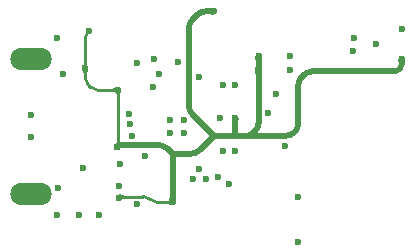
<source format=gbr>
%TF.GenerationSoftware,KiCad,Pcbnew,(7.0.0)*%
%TF.CreationDate,2023-06-22T14:20:14+03:00*%
%TF.ProjectId,Longle,4c6f6e67-6c65-42e6-9b69-6361645f7063,1.0*%
%TF.SameCoordinates,Original*%
%TF.FileFunction,Copper,L3,Inr*%
%TF.FilePolarity,Positive*%
%FSLAX46Y46*%
G04 Gerber Fmt 4.6, Leading zero omitted, Abs format (unit mm)*
G04 Created by KiCad (PCBNEW (7.0.0)) date 2023-06-22 14:20:14*
%MOMM*%
%LPD*%
G01*
G04 APERTURE LIST*
%TA.AperFunction,ComponentPad*%
%ADD10O,3.500000X1.900000*%
%TD*%
%TA.AperFunction,ViaPad*%
%ADD11C,0.600000*%
%TD*%
%TA.AperFunction,Conductor*%
%ADD12C,0.250000*%
%TD*%
%TA.AperFunction,Conductor*%
%ADD13C,0.500000*%
%TD*%
G04 APERTURE END LIST*
D10*
%TO.N,unconnected-(J101-Shield-Pad5)*%
%TO.C,J101*%
X134971599Y-107373599D03*
X134971599Y-95973599D03*
%TD*%
D11*
%TO.N,GND*%
X137312400Y-106832400D03*
X139090400Y-109194600D03*
X147955000Y-101092000D03*
X151231600Y-98120200D03*
X152298400Y-98120200D03*
X151231600Y-103708200D03*
X135026400Y-102590600D03*
X137185400Y-109194600D03*
X155727400Y-98907600D03*
X157632400Y-111480600D03*
X155092400Y-100558600D03*
X137185400Y-94208600D03*
X146786600Y-101092000D03*
X156895800Y-95732600D03*
X164236400Y-94716600D03*
X144005300Y-108216700D03*
X157632400Y-107670600D03*
X152298400Y-103708200D03*
X135026400Y-100685600D03*
X156489400Y-103352600D03*
X162331400Y-94157800D03*
X166395400Y-93395800D03*
X143945900Y-96291400D03*
X142519400Y-104876600D03*
X137718800Y-97205800D03*
X147955000Y-102235000D03*
X156895800Y-96901000D03*
X146812000Y-102235000D03*
X143408400Y-101447600D03*
%TO.N,VBUS*%
X139369800Y-105156000D03*
%TO.N,+5V*%
X142488571Y-106676831D03*
%TO.N,+3V3*%
X139903200Y-93548200D03*
X166395400Y-95961200D03*
X142392400Y-98564100D03*
X139598400Y-96748600D03*
X142427627Y-107676614D03*
X154279600Y-95732600D03*
X154279600Y-96901000D03*
X142290800Y-103390100D03*
X150526400Y-91904600D03*
X146989800Y-108074098D03*
X152298400Y-100914200D03*
%TO.N,/STM32F042K6/NRST*%
X140741400Y-109194600D03*
X151028400Y-100939600D03*
%TO.N,/STM32F042K6/USB_NOE*%
X145364200Y-98348800D03*
%TO.N,/STM32F042K6/LED*%
X144690347Y-104154600D03*
%TO.N,/STM32F042K6/BTN*%
X145846800Y-97205800D03*
%TO.N,/RF_LORA_RA-01/LORA_SCK*%
X148742400Y-106146600D03*
%TO.N,/RF_LORA_RA-01/LORA_MISO*%
X149860000Y-106146600D03*
%TO.N,/RF_LORA_RA-01/LORA_MOSI*%
X150876000Y-105955318D03*
%TO.N,/RF_LORA_RA-01/LORA_NCS*%
X151752300Y-106489500D03*
%TO.N,/RF_LORA_RA-01/LORA_RST*%
X149197500Y-97457700D03*
%TO.N,/RF_LORA_RA-01/LORA_DIO0*%
X147455799Y-96223999D03*
%TO.N,/USB_DN*%
X143535400Y-102476100D03*
%TO.N,/USB_DP*%
X143279569Y-100579100D03*
%TO.N,/RF_LORA_RA-01/LORA_DIO1*%
X145440400Y-95986600D03*
%TO.N,/STM32F042K6/WS2812_1*%
X149230966Y-105230818D03*
%TO.N,/STM32F042K6/WS2812_2*%
X162255200Y-95275400D03*
%TD*%
D12*
%TO.N,+3V3*%
X145667269Y-108074098D02*
X146989800Y-108074098D01*
X140602271Y-98564100D02*
X142392400Y-98564100D01*
D13*
X152679400Y-102463600D02*
X152298400Y-102463600D01*
X149809614Y-91904600D02*
X150526400Y-91904600D01*
X158808614Y-97002600D02*
X165765872Y-97002600D01*
X146989800Y-104013000D02*
X146495293Y-103518493D01*
X157925293Y-97471707D02*
X158101507Y-97295493D01*
X148654293Y-92645707D02*
X149102507Y-92197493D01*
D12*
X139598400Y-94184371D02*
X139598400Y-96748600D01*
X142290800Y-103390100D02*
X142392400Y-103288500D01*
X145087815Y-107826015D02*
X145101584Y-107839784D01*
D13*
X154279600Y-95732600D02*
X154279600Y-96901000D01*
D12*
X142427627Y-107676614D02*
X142512541Y-107591700D01*
D13*
X149410340Y-103573660D02*
X150520400Y-102463600D01*
X142455300Y-103225600D02*
X142290800Y-103390100D01*
X166190136Y-96826864D02*
X166219664Y-96797336D01*
X146989800Y-104013000D02*
X148349680Y-104013000D01*
X154279600Y-96901000D02*
X154279600Y-101338186D01*
D12*
X142512541Y-107591700D02*
X144522129Y-107591700D01*
D13*
X152298400Y-102463600D02*
X152298400Y-100914200D01*
D12*
X139903200Y-93548200D02*
X139832714Y-93618686D01*
D13*
X152313400Y-102448600D02*
X156598186Y-102448600D01*
X148361400Y-99890386D02*
X148361400Y-93352814D01*
X150520400Y-102463600D02*
X152679400Y-102463600D01*
X146989800Y-108074098D02*
X146989800Y-104013000D01*
X145788186Y-103225600D02*
X142455300Y-103225600D01*
X166395400Y-96373072D02*
X166395400Y-95961200D01*
X152298400Y-102463600D02*
X152313400Y-102448600D01*
X157632400Y-101414386D02*
X157632400Y-98178814D01*
X153154186Y-102463600D02*
X152679400Y-102463600D01*
D12*
X139832715Y-98125915D02*
X140036586Y-98329786D01*
D13*
X150520400Y-102463600D02*
X148654293Y-100597493D01*
X157305293Y-102155707D02*
X157339507Y-102121493D01*
D12*
X139598400Y-96748600D02*
X139598400Y-97560229D01*
D13*
X153986707Y-102045293D02*
X153861293Y-102170707D01*
D12*
X142392400Y-103288500D02*
X142392400Y-98564100D01*
D13*
X148349680Y-104012985D02*
G75*
G03*
X149410340Y-103573660I20J1499985D01*
G01*
X166219678Y-96797350D02*
G75*
G03*
X166395400Y-96373072I-424278J424250D01*
G01*
X157925286Y-97471700D02*
G75*
G03*
X157632400Y-98178814I707114J-707100D01*
G01*
D12*
X145087800Y-107826030D02*
G75*
G03*
X144522129Y-107591700I-565700J-565670D01*
G01*
X145101600Y-107839768D02*
G75*
G03*
X145667269Y-108074098I565700J565668D01*
G01*
D13*
X148361410Y-99890386D02*
G75*
G03*
X148654293Y-100597493I999990J-14D01*
G01*
X153986714Y-102045300D02*
G75*
G03*
X154279600Y-101338186I-707114J707100D01*
G01*
X157339514Y-102121500D02*
G75*
G03*
X157632400Y-101414386I-707114J707100D01*
G01*
X156598186Y-102448590D02*
G75*
G03*
X157305293Y-102155707I14J999990D01*
G01*
D12*
X139598380Y-97560229D02*
G75*
G03*
X139832715Y-98125915I800020J29D01*
G01*
D13*
X153154186Y-102463590D02*
G75*
G03*
X153861293Y-102170707I14J999990D01*
G01*
D12*
X140036601Y-98329771D02*
G75*
G03*
X140602271Y-98564100I565699J565671D01*
G01*
D13*
X158808614Y-97002610D02*
G75*
G03*
X158101507Y-97295493I-14J-999990D01*
G01*
X146495300Y-103518486D02*
G75*
G03*
X145788186Y-103225600I-707100J-707114D01*
G01*
X149809614Y-91904610D02*
G75*
G03*
X149102507Y-92197493I-14J-999990D01*
G01*
X148654286Y-92645700D02*
G75*
G03*
X148361400Y-93352814I707114J-707100D01*
G01*
X165765872Y-97002580D02*
G75*
G03*
X166190136Y-96826864I28J599980D01*
G01*
D12*
X139832729Y-93618701D02*
G75*
G03*
X139598400Y-94184371I565671J-565699D01*
G01*
%TD*%
%TA.AperFunction,Conductor*%
%TO.N,+3V3*%
G36*
X146875855Y-107803239D02*
G01*
X146879666Y-107808114D01*
X146988915Y-108069586D01*
X146989819Y-108074097D01*
X146988915Y-108078608D01*
X146879666Y-108340081D01*
X146875855Y-108344956D01*
X146870090Y-108347206D01*
X146863984Y-108346201D01*
X146826111Y-108328795D01*
X146825298Y-108328382D01*
X146786166Y-108306557D01*
X146785497Y-108306154D01*
X146753083Y-108285126D01*
X146752718Y-108284879D01*
X146724522Y-108265037D01*
X146724465Y-108264997D01*
X146719076Y-108261284D01*
X146698224Y-108246916D01*
X146698209Y-108246906D01*
X146698043Y-108246792D01*
X146697870Y-108246689D01*
X146697860Y-108246683D01*
X146671474Y-108231038D01*
X146671470Y-108231036D01*
X146671170Y-108230858D01*
X146670843Y-108230713D01*
X146641758Y-108217827D01*
X146641755Y-108217825D01*
X146641376Y-108217658D01*
X146640979Y-108217545D01*
X146640976Y-108217544D01*
X146606557Y-108207758D01*
X146606558Y-108207758D01*
X146606195Y-108207655D01*
X146605830Y-108207601D01*
X146605820Y-108207599D01*
X146563456Y-108201357D01*
X146563441Y-108201355D01*
X146563159Y-108201314D01*
X146562869Y-108201301D01*
X146562859Y-108201301D01*
X146533906Y-108200099D01*
X146521014Y-108199563D01*
X146513057Y-108195974D01*
X146509800Y-108187874D01*
X146509800Y-107960322D01*
X146513057Y-107952222D01*
X146521013Y-107948632D01*
X146563159Y-107946881D01*
X146606195Y-107940540D01*
X146641376Y-107930537D01*
X146671170Y-107917337D01*
X146698043Y-107901403D01*
X146724465Y-107883197D01*
X146752762Y-107863283D01*
X146753059Y-107863082D01*
X146785518Y-107842026D01*
X146786144Y-107841649D01*
X146825322Y-107819799D01*
X146826088Y-107819410D01*
X146863985Y-107801993D01*
X146870090Y-107800989D01*
X146875855Y-107803239D01*
G37*
%TD.AperFunction*%
%TD*%
%TA.AperFunction,Conductor*%
%TO.N,+3V3*%
G36*
X142278455Y-98293241D02*
G01*
X142282266Y-98298116D01*
X142391515Y-98559589D01*
X142392419Y-98564100D01*
X142391515Y-98568611D01*
X142282266Y-98830083D01*
X142278455Y-98834958D01*
X142272690Y-98837208D01*
X142266584Y-98836203D01*
X142228711Y-98818797D01*
X142227898Y-98818384D01*
X142188766Y-98796559D01*
X142188097Y-98796156D01*
X142155683Y-98775128D01*
X142155318Y-98774881D01*
X142127122Y-98755039D01*
X142127065Y-98754999D01*
X142121676Y-98751286D01*
X142100824Y-98736918D01*
X142100809Y-98736908D01*
X142100643Y-98736794D01*
X142100470Y-98736691D01*
X142100460Y-98736685D01*
X142074074Y-98721040D01*
X142074070Y-98721038D01*
X142073770Y-98720860D01*
X142073443Y-98720715D01*
X142044358Y-98707829D01*
X142044355Y-98707827D01*
X142043976Y-98707660D01*
X142043579Y-98707547D01*
X142043576Y-98707546D01*
X142009157Y-98697760D01*
X142009158Y-98697760D01*
X142008795Y-98697657D01*
X142008430Y-98697603D01*
X142008420Y-98697601D01*
X141966056Y-98691359D01*
X141966041Y-98691357D01*
X141965759Y-98691316D01*
X141965469Y-98691303D01*
X141965459Y-98691303D01*
X141936506Y-98690101D01*
X141923614Y-98689565D01*
X141915657Y-98685976D01*
X141912400Y-98677876D01*
X141912400Y-98450324D01*
X141915657Y-98442224D01*
X141923613Y-98438634D01*
X141965759Y-98436883D01*
X142008795Y-98430542D01*
X142043976Y-98420539D01*
X142073770Y-98407339D01*
X142100643Y-98391405D01*
X142127065Y-98373199D01*
X142155362Y-98353285D01*
X142155659Y-98353084D01*
X142188118Y-98332028D01*
X142188744Y-98331651D01*
X142227922Y-98309801D01*
X142228688Y-98309412D01*
X142266585Y-98291995D01*
X142272690Y-98290991D01*
X142278455Y-98293241D01*
G37*
%TD.AperFunction*%
%TD*%
%TA.AperFunction,Conductor*%
%TO.N,+3V3*%
G36*
X150520433Y-91606330D02*
G01*
X150524816Y-91610607D01*
X150526439Y-91616512D01*
X150527400Y-91904600D01*
X150527400Y-91904678D01*
X150526439Y-92192687D01*
X150524816Y-92198592D01*
X150520433Y-92202869D01*
X150514489Y-92204345D01*
X150461133Y-92203206D01*
X150460560Y-92203180D01*
X150407300Y-92199422D01*
X150406680Y-92199362D01*
X150362184Y-92193833D01*
X150361628Y-92193750D01*
X150322853Y-92187027D01*
X150322515Y-92186963D01*
X150286399Y-92179600D01*
X150250223Y-92172223D01*
X150250170Y-92172213D01*
X150250106Y-92172200D01*
X150250030Y-92172186D01*
X150249999Y-92172181D01*
X150211026Y-92165424D01*
X150211014Y-92165422D01*
X150210886Y-92165400D01*
X150210754Y-92165383D01*
X150210750Y-92165383D01*
X150165943Y-92159816D01*
X150165937Y-92159815D01*
X150165813Y-92159800D01*
X150165691Y-92159791D01*
X150165677Y-92159790D01*
X150112103Y-92156010D01*
X150112099Y-92156009D01*
X150111960Y-92156000D01*
X150111836Y-92155997D01*
X150111808Y-92155996D01*
X150079131Y-92155298D01*
X150057848Y-92154844D01*
X150049739Y-92151332D01*
X150046400Y-92143148D01*
X150046400Y-91666052D01*
X150049739Y-91657868D01*
X150057848Y-91654355D01*
X150111960Y-91653200D01*
X150165813Y-91649400D01*
X150210886Y-91643800D01*
X150250106Y-91637000D01*
X150286399Y-91629600D01*
X150322533Y-91622232D01*
X150322853Y-91622172D01*
X150361637Y-91615447D01*
X150362175Y-91615367D01*
X150406712Y-91609833D01*
X150407270Y-91609779D01*
X150460587Y-91606017D01*
X150461102Y-91605994D01*
X150514490Y-91604854D01*
X150520433Y-91606330D01*
G37*
%TD.AperFunction*%
%TD*%
%TA.AperFunction,Conductor*%
%TO.N,+3V3*%
G36*
X139720276Y-96271857D02*
G01*
X139723866Y-96279815D01*
X139725603Y-96321659D01*
X139725603Y-96321669D01*
X139725616Y-96321959D01*
X139725657Y-96322241D01*
X139725659Y-96322256D01*
X139731901Y-96364620D01*
X139731903Y-96364630D01*
X139731957Y-96364995D01*
X139741960Y-96400176D01*
X139755160Y-96429970D01*
X139771094Y-96456843D01*
X139771205Y-96457004D01*
X139771218Y-96457024D01*
X139785586Y-96477876D01*
X139789299Y-96483265D01*
X139789339Y-96483322D01*
X139809181Y-96511518D01*
X139809428Y-96511883D01*
X139830456Y-96544297D01*
X139830859Y-96544966D01*
X139852684Y-96584098D01*
X139853097Y-96584911D01*
X139870503Y-96622784D01*
X139871508Y-96628890D01*
X139869258Y-96634655D01*
X139864383Y-96638466D01*
X139602911Y-96747715D01*
X139598400Y-96748619D01*
X139593889Y-96747715D01*
X139332416Y-96638466D01*
X139327541Y-96634655D01*
X139325291Y-96628890D01*
X139326296Y-96622784D01*
X139343712Y-96584888D01*
X139344101Y-96584122D01*
X139365951Y-96544944D01*
X139366328Y-96544318D01*
X139387384Y-96511859D01*
X139387585Y-96511562D01*
X139407499Y-96483265D01*
X139425705Y-96456843D01*
X139441639Y-96429970D01*
X139454839Y-96400176D01*
X139464842Y-96364995D01*
X139471183Y-96321959D01*
X139472934Y-96279813D01*
X139476524Y-96271857D01*
X139484624Y-96268600D01*
X139712176Y-96268600D01*
X139720276Y-96271857D01*
G37*
%TD.AperFunction*%
%TD*%
%TA.AperFunction,Conductor*%
%TO.N,+3V3*%
G36*
X154567688Y-95732560D02*
G01*
X154573592Y-95734183D01*
X154577869Y-95738566D01*
X154579345Y-95744510D01*
X154578206Y-95797865D01*
X154578180Y-95798439D01*
X154574422Y-95851698D01*
X154574362Y-95852317D01*
X154568833Y-95896813D01*
X154568750Y-95897369D01*
X154562027Y-95936144D01*
X154561963Y-95936482D01*
X154554600Y-95972599D01*
X154547223Y-96008774D01*
X154547210Y-96008838D01*
X154547200Y-96008892D01*
X154547189Y-96008954D01*
X154547181Y-96008998D01*
X154540420Y-96047988D01*
X154540416Y-96048010D01*
X154540399Y-96048112D01*
X154540388Y-96048196D01*
X154540383Y-96048233D01*
X154534817Y-96093044D01*
X154534816Y-96093054D01*
X154534800Y-96093185D01*
X154534792Y-96093295D01*
X154534789Y-96093328D01*
X154531010Y-96146895D01*
X154531000Y-96147039D01*
X154530997Y-96147160D01*
X154530996Y-96147190D01*
X154529845Y-96201150D01*
X154526332Y-96209261D01*
X154518148Y-96212600D01*
X154041052Y-96212600D01*
X154032868Y-96209261D01*
X154029355Y-96201150D01*
X154028203Y-96147190D01*
X154028200Y-96147039D01*
X154024400Y-96093185D01*
X154018800Y-96048112D01*
X154012000Y-96008892D01*
X154004600Y-95972599D01*
X153997236Y-95936482D01*
X153997172Y-95936144D01*
X153990448Y-95897369D01*
X153990443Y-95897343D01*
X153990365Y-95896813D01*
X153984833Y-95852285D01*
X153984780Y-95851730D01*
X153981017Y-95798413D01*
X153980994Y-95797894D01*
X153979854Y-95744508D01*
X153981330Y-95738566D01*
X153985607Y-95734183D01*
X153991510Y-95732560D01*
X154279600Y-95731600D01*
X154567688Y-95732560D01*
G37*
%TD.AperFunction*%
%TD*%
%TA.AperFunction,Conductor*%
%TO.N,+3V3*%
G36*
X154526332Y-96424339D02*
G01*
X154529845Y-96432450D01*
X154530996Y-96486408D01*
X154530997Y-96486436D01*
X154531000Y-96486560D01*
X154534800Y-96540413D01*
X154540400Y-96585486D01*
X154547200Y-96624706D01*
X154547213Y-96624770D01*
X154547223Y-96624823D01*
X154554600Y-96660999D01*
X154561965Y-96697119D01*
X154562029Y-96697459D01*
X154568749Y-96736226D01*
X154568832Y-96736781D01*
X154574362Y-96781281D01*
X154574422Y-96781900D01*
X154578180Y-96835159D01*
X154578206Y-96835733D01*
X154579345Y-96889089D01*
X154577869Y-96895033D01*
X154573592Y-96899416D01*
X154567687Y-96901039D01*
X154279639Y-96901999D01*
X154279561Y-96901999D01*
X153991512Y-96901039D01*
X153985607Y-96899416D01*
X153981330Y-96895033D01*
X153979854Y-96889089D01*
X153980994Y-96835702D01*
X153981017Y-96835187D01*
X153984779Y-96781870D01*
X153984833Y-96781312D01*
X153990367Y-96736775D01*
X153990449Y-96736228D01*
X153990450Y-96736226D01*
X153997173Y-96697447D01*
X153997236Y-96697114D01*
X154004600Y-96660999D01*
X154004600Y-96660998D01*
X154012000Y-96624706D01*
X154018799Y-96585486D01*
X154024400Y-96540413D01*
X154028200Y-96486560D01*
X154029355Y-96432448D01*
X154032868Y-96424339D01*
X154041052Y-96421000D01*
X154518148Y-96421000D01*
X154526332Y-96424339D01*
G37*
%TD.AperFunction*%
%TD*%
%TA.AperFunction,Conductor*%
%TO.N,+3V3*%
G36*
X154567688Y-96900960D02*
G01*
X154573592Y-96902583D01*
X154577869Y-96906966D01*
X154579345Y-96912910D01*
X154578206Y-96966265D01*
X154578180Y-96966839D01*
X154574422Y-97020098D01*
X154574362Y-97020717D01*
X154568833Y-97065213D01*
X154568750Y-97065769D01*
X154562027Y-97104544D01*
X154561963Y-97104882D01*
X154554600Y-97140999D01*
X154547223Y-97177174D01*
X154547210Y-97177238D01*
X154547200Y-97177292D01*
X154547189Y-97177354D01*
X154547181Y-97177398D01*
X154540420Y-97216388D01*
X154540416Y-97216410D01*
X154540399Y-97216512D01*
X154540388Y-97216596D01*
X154540383Y-97216633D01*
X154534817Y-97261444D01*
X154534816Y-97261454D01*
X154534800Y-97261585D01*
X154534792Y-97261695D01*
X154534789Y-97261728D01*
X154531010Y-97315295D01*
X154531000Y-97315439D01*
X154530997Y-97315560D01*
X154530996Y-97315590D01*
X154529845Y-97369550D01*
X154526332Y-97377661D01*
X154518148Y-97381000D01*
X154041052Y-97381000D01*
X154032868Y-97377661D01*
X154029355Y-97369550D01*
X154028203Y-97315590D01*
X154028200Y-97315439D01*
X154024400Y-97261585D01*
X154018800Y-97216512D01*
X154012000Y-97177292D01*
X154004600Y-97140999D01*
X153997236Y-97104882D01*
X153997172Y-97104544D01*
X153990448Y-97065769D01*
X153990443Y-97065743D01*
X153990365Y-97065213D01*
X153984833Y-97020685D01*
X153984780Y-97020130D01*
X153981017Y-96966813D01*
X153980994Y-96966294D01*
X153979854Y-96912908D01*
X153981330Y-96906966D01*
X153985607Y-96902583D01*
X153991510Y-96900960D01*
X154279600Y-96900000D01*
X154567688Y-96900960D01*
G37*
%TD.AperFunction*%
%TD*%
%TA.AperFunction,Conductor*%
%TO.N,+3V3*%
G36*
X142491027Y-107379115D02*
G01*
X142492054Y-107379202D01*
X142543165Y-107385908D01*
X142544282Y-107386111D01*
X142586609Y-107395956D01*
X142587585Y-107396229D01*
X142624335Y-107408234D01*
X142624900Y-107408436D01*
X142659182Y-107421657D01*
X142693753Y-107434989D01*
X142731259Y-107447241D01*
X142774635Y-107457331D01*
X142826816Y-107464177D01*
X142879498Y-107466256D01*
X142887472Y-107469839D01*
X142890737Y-107477947D01*
X142890737Y-107705532D01*
X142887500Y-107713611D01*
X142879581Y-107717219D01*
X142850001Y-107718595D01*
X142849995Y-107718595D01*
X142849643Y-107718612D01*
X142849292Y-107718671D01*
X142849291Y-107718672D01*
X142817013Y-107724184D01*
X142817010Y-107724184D01*
X142816540Y-107724265D01*
X142816097Y-107724417D01*
X142816086Y-107724421D01*
X142790292Y-107733345D01*
X142790283Y-107733349D01*
X142789763Y-107733529D01*
X142789282Y-107733806D01*
X142789276Y-107733809D01*
X142768104Y-107746013D01*
X142768093Y-107746020D01*
X142767650Y-107746276D01*
X142767261Y-107746603D01*
X142767252Y-107746610D01*
X142748810Y-107762148D01*
X142748800Y-107762157D01*
X142748536Y-107762380D01*
X142748301Y-107762634D01*
X142748290Y-107762646D01*
X142730870Y-107781589D01*
X142730850Y-107781611D01*
X142730760Y-107781710D01*
X142730677Y-107781812D01*
X142730657Y-107781836D01*
X142712716Y-107804067D01*
X142712694Y-107804094D01*
X142712658Y-107804140D01*
X142696509Y-107824555D01*
X142692689Y-107829385D01*
X142692469Y-107829655D01*
X142669023Y-107857544D01*
X142668598Y-107858022D01*
X142648005Y-107879961D01*
X142642749Y-107883186D01*
X142636583Y-107883291D01*
X142631220Y-107880247D01*
X142532097Y-107781589D01*
X142430088Y-107680059D01*
X142427531Y-107676239D01*
X142426643Y-107671728D01*
X142427316Y-107469839D01*
X142427586Y-107388741D01*
X142429245Y-107382778D01*
X142433716Y-107378494D01*
X142439746Y-107377092D01*
X142491027Y-107379115D01*
G37*
%TD.AperFunction*%
%TD*%
%TA.AperFunction,Conductor*%
%TO.N,+3V3*%
G36*
X152586488Y-100914160D02*
G01*
X152592392Y-100915783D01*
X152596669Y-100920166D01*
X152598145Y-100926110D01*
X152597006Y-100979465D01*
X152596980Y-100980039D01*
X152593222Y-101033298D01*
X152593162Y-101033917D01*
X152587633Y-101078413D01*
X152587550Y-101078969D01*
X152580827Y-101117744D01*
X152580763Y-101118082D01*
X152573400Y-101154199D01*
X152566023Y-101190374D01*
X152566010Y-101190438D01*
X152566000Y-101190492D01*
X152565989Y-101190553D01*
X152565981Y-101190598D01*
X152559224Y-101229571D01*
X152559200Y-101229712D01*
X152553600Y-101274785D01*
X152549800Y-101328639D01*
X152549797Y-101328760D01*
X152549796Y-101328790D01*
X152548645Y-101382750D01*
X152545132Y-101390861D01*
X152536948Y-101394200D01*
X152059852Y-101394200D01*
X152051668Y-101390861D01*
X152048155Y-101382750D01*
X152047003Y-101328790D01*
X152047000Y-101328639D01*
X152043200Y-101274785D01*
X152037600Y-101229712D01*
X152030800Y-101190492D01*
X152023400Y-101154199D01*
X152016036Y-101118082D01*
X152015972Y-101117744D01*
X152009249Y-101078969D01*
X152009166Y-101078413D01*
X152003634Y-101033888D01*
X152003579Y-101033327D01*
X151999817Y-100980011D01*
X151999794Y-100979494D01*
X151998654Y-100926108D01*
X152000130Y-100920166D01*
X152004407Y-100915783D01*
X152010310Y-100914160D01*
X152298400Y-100913200D01*
X152586488Y-100914160D01*
G37*
%TD.AperFunction*%
%TD*%
%TA.AperFunction,Conductor*%
%TO.N,+3V3*%
G36*
X147236532Y-107597437D02*
G01*
X147240045Y-107605548D01*
X147241196Y-107659506D01*
X147241197Y-107659534D01*
X147241200Y-107659658D01*
X147245000Y-107713511D01*
X147250600Y-107758584D01*
X147257400Y-107797804D01*
X147257413Y-107797868D01*
X147257423Y-107797921D01*
X147264800Y-107834097D01*
X147272165Y-107870217D01*
X147272229Y-107870557D01*
X147278949Y-107909324D01*
X147279032Y-107909879D01*
X147284562Y-107954379D01*
X147284622Y-107954998D01*
X147288380Y-108008257D01*
X147288406Y-108008831D01*
X147289545Y-108062187D01*
X147288069Y-108068131D01*
X147283792Y-108072514D01*
X147277887Y-108074137D01*
X146989839Y-108075097D01*
X146989761Y-108075097D01*
X146701712Y-108074137D01*
X146695807Y-108072514D01*
X146691530Y-108068131D01*
X146690054Y-108062187D01*
X146691194Y-108008800D01*
X146691217Y-108008285D01*
X146694979Y-107954968D01*
X146695033Y-107954410D01*
X146700567Y-107909873D01*
X146700649Y-107909326D01*
X146700650Y-107909324D01*
X146707373Y-107870545D01*
X146707436Y-107870212D01*
X146714800Y-107834097D01*
X146714799Y-107834097D01*
X146722200Y-107797804D01*
X146728999Y-107758584D01*
X146734600Y-107713511D01*
X146738400Y-107659658D01*
X146739555Y-107605546D01*
X146743068Y-107597437D01*
X146751252Y-107594098D01*
X147228348Y-107594098D01*
X147236532Y-107597437D01*
G37*
%TD.AperFunction*%
%TD*%
%TA.AperFunction,Conductor*%
%TO.N,+3V3*%
G36*
X142708822Y-102977269D02*
G01*
X142713166Y-102981558D01*
X142714759Y-102987451D01*
X142714759Y-103464714D01*
X142711625Y-103472684D01*
X142703901Y-103476383D01*
X142690256Y-103477368D01*
X142666976Y-103479048D01*
X142666969Y-103479049D01*
X142666444Y-103479087D01*
X142665926Y-103479221D01*
X142665924Y-103479222D01*
X142629519Y-103488689D01*
X142629514Y-103488690D01*
X142628898Y-103488851D01*
X142628334Y-103489138D01*
X142628326Y-103489142D01*
X142600072Y-103503569D01*
X142600066Y-103503572D01*
X142599533Y-103503845D01*
X142599069Y-103504218D01*
X142599060Y-103504225D01*
X142576086Y-103522756D01*
X142575759Y-103523020D01*
X142575482Y-103523317D01*
X142575474Y-103523325D01*
X142555095Y-103545219D01*
X142554990Y-103545332D01*
X142554908Y-103545429D01*
X142554887Y-103545454D01*
X142534749Y-103569594D01*
X142534524Y-103569856D01*
X142512478Y-103594751D01*
X142511696Y-103595553D01*
X142485406Y-103620056D01*
X142484163Y-103621065D01*
X142450900Y-103644477D01*
X142449397Y-103645375D01*
X142416804Y-103661666D01*
X142410607Y-103662860D01*
X142404691Y-103660662D01*
X142400778Y-103655713D01*
X142289800Y-103390100D01*
X142180387Y-103123632D01*
X142180388Y-103114742D01*
X142186639Y-103108419D01*
X142245985Y-103083239D01*
X142303945Y-103057808D01*
X142303965Y-103057806D01*
X142303963Y-103057801D01*
X142303963Y-103057800D01*
X142353041Y-103036376D01*
X142353158Y-103036327D01*
X142396278Y-103018737D01*
X142396775Y-103018549D01*
X142437031Y-103004515D01*
X142437851Y-103004263D01*
X142478534Y-102993423D01*
X142479446Y-102993220D01*
X142523934Y-102985228D01*
X142524744Y-102985113D01*
X142576326Y-102979701D01*
X142576926Y-102979654D01*
X142638855Y-102976582D01*
X142639275Y-102976570D01*
X142702910Y-102975752D01*
X142708822Y-102977269D01*
G37*
%TD.AperFunction*%
%TD*%
%TA.AperFunction,Conductor*%
%TO.N,+3V3*%
G36*
X166683446Y-95961160D02*
G01*
X166689363Y-95962790D01*
X166693641Y-95967190D01*
X166695103Y-95973151D01*
X166694008Y-96017194D01*
X166693973Y-96017861D01*
X166690229Y-96063425D01*
X166690147Y-96064144D01*
X166684648Y-96102107D01*
X166684537Y-96102750D01*
X166677838Y-96135859D01*
X166677752Y-96136248D01*
X166670400Y-96167134D01*
X166670400Y-96167135D01*
X166663025Y-96198112D01*
X166663017Y-96198147D01*
X166663000Y-96198220D01*
X166662981Y-96198312D01*
X166662979Y-96198323D01*
X166656227Y-96231694D01*
X166656223Y-96231712D01*
X166656200Y-96231830D01*
X166656183Y-96231941D01*
X166656178Y-96231975D01*
X166650628Y-96270298D01*
X166650600Y-96270492D01*
X166650586Y-96270660D01*
X166650584Y-96270679D01*
X166646813Y-96316565D01*
X166646812Y-96316583D01*
X166646800Y-96316730D01*
X166646796Y-96316885D01*
X166646795Y-96316907D01*
X166645683Y-96361663D01*
X166642157Y-96369747D01*
X166633987Y-96373072D01*
X166156813Y-96373072D01*
X166148643Y-96369747D01*
X166145117Y-96361663D01*
X166144004Y-96316907D01*
X166144000Y-96316730D01*
X166140200Y-96270492D01*
X166134600Y-96231830D01*
X166127800Y-96198220D01*
X166120400Y-96167135D01*
X166113045Y-96136241D01*
X166112961Y-96135859D01*
X166106257Y-96102725D01*
X166106155Y-96102134D01*
X166100648Y-96064115D01*
X166100573Y-96063453D01*
X166096825Y-96017848D01*
X166096791Y-96017194D01*
X166095696Y-95973147D01*
X166097158Y-95967190D01*
X166101436Y-95962790D01*
X166107352Y-95961160D01*
X166395400Y-95960200D01*
X166683446Y-95961160D01*
G37*
%TD.AperFunction*%
%TD*%
%TA.AperFunction,Conductor*%
%TO.N,+3V3*%
G36*
X139602907Y-96749483D02*
G01*
X139864383Y-96858733D01*
X139869258Y-96862544D01*
X139871508Y-96868309D01*
X139870503Y-96874415D01*
X139853097Y-96912286D01*
X139852684Y-96913099D01*
X139830859Y-96952232D01*
X139830456Y-96952901D01*
X139809436Y-96985302D01*
X139809189Y-96985667D01*
X139789339Y-97013875D01*
X139789306Y-97013923D01*
X139789299Y-97013933D01*
X139771218Y-97040173D01*
X139771199Y-97040201D01*
X139771094Y-97040355D01*
X139770999Y-97040513D01*
X139770985Y-97040537D01*
X139755340Y-97066923D01*
X139755330Y-97066941D01*
X139755160Y-97067229D01*
X139755019Y-97067547D01*
X139755015Y-97067555D01*
X139742129Y-97096639D01*
X139742125Y-97096647D01*
X139741960Y-97097022D01*
X139741848Y-97097413D01*
X139741846Y-97097421D01*
X139732060Y-97131840D01*
X139731957Y-97132203D01*
X139731903Y-97132563D01*
X139731901Y-97132577D01*
X139725659Y-97174942D01*
X139725657Y-97174958D01*
X139725616Y-97175240D01*
X139725604Y-97175527D01*
X139725603Y-97175539D01*
X139723866Y-97217385D01*
X139720276Y-97225343D01*
X139712176Y-97228600D01*
X139484624Y-97228600D01*
X139476524Y-97225343D01*
X139472934Y-97217386D01*
X139471195Y-97175539D01*
X139471183Y-97175240D01*
X139464842Y-97132203D01*
X139454839Y-97097022D01*
X139441639Y-97067229D01*
X139425705Y-97040355D01*
X139425601Y-97040204D01*
X139425594Y-97040193D01*
X139407524Y-97013970D01*
X139407499Y-97013933D01*
X139407458Y-97013875D01*
X139407458Y-97013874D01*
X139398803Y-97001577D01*
X139387595Y-96985650D01*
X139387381Y-96985333D01*
X139366331Y-96952884D01*
X139365944Y-96952241D01*
X139344107Y-96913086D01*
X139343707Y-96912299D01*
X139326295Y-96874414D01*
X139325291Y-96868309D01*
X139327541Y-96862544D01*
X139332413Y-96858734D01*
X139593892Y-96749483D01*
X139598400Y-96748580D01*
X139602907Y-96749483D01*
G37*
%TD.AperFunction*%
%TD*%
%TA.AperFunction,Conductor*%
%TO.N,+3V3*%
G36*
X142396907Y-98564983D02*
G01*
X142658383Y-98674233D01*
X142663258Y-98678044D01*
X142665508Y-98683809D01*
X142664503Y-98689915D01*
X142647097Y-98727786D01*
X142646684Y-98728599D01*
X142624859Y-98767732D01*
X142624456Y-98768401D01*
X142603436Y-98800802D01*
X142603189Y-98801167D01*
X142583339Y-98829375D01*
X142583306Y-98829423D01*
X142583299Y-98829433D01*
X142565218Y-98855673D01*
X142565199Y-98855701D01*
X142565094Y-98855855D01*
X142564999Y-98856013D01*
X142564985Y-98856037D01*
X142549340Y-98882423D01*
X142549330Y-98882441D01*
X142549160Y-98882729D01*
X142549019Y-98883047D01*
X142549015Y-98883055D01*
X142536129Y-98912139D01*
X142536125Y-98912147D01*
X142535960Y-98912522D01*
X142535848Y-98912913D01*
X142535846Y-98912921D01*
X142526060Y-98947340D01*
X142525957Y-98947703D01*
X142525903Y-98948063D01*
X142525901Y-98948077D01*
X142519659Y-98990442D01*
X142519657Y-98990458D01*
X142519616Y-98990740D01*
X142519604Y-98991027D01*
X142519603Y-98991039D01*
X142517866Y-99032885D01*
X142514276Y-99040843D01*
X142506176Y-99044100D01*
X142278624Y-99044100D01*
X142270524Y-99040843D01*
X142266934Y-99032886D01*
X142265195Y-98991039D01*
X142265183Y-98990740D01*
X142258842Y-98947703D01*
X142248839Y-98912522D01*
X142235639Y-98882729D01*
X142219705Y-98855855D01*
X142219601Y-98855704D01*
X142219594Y-98855693D01*
X142201524Y-98829470D01*
X142201499Y-98829433D01*
X142201458Y-98829375D01*
X142201458Y-98829374D01*
X142192803Y-98817077D01*
X142181595Y-98801150D01*
X142181381Y-98800833D01*
X142160331Y-98768384D01*
X142159944Y-98767741D01*
X142138107Y-98728586D01*
X142137707Y-98727799D01*
X142120295Y-98689914D01*
X142119291Y-98683809D01*
X142121541Y-98678044D01*
X142126413Y-98674234D01*
X142387892Y-98564983D01*
X142392400Y-98564080D01*
X142396907Y-98564983D01*
G37*
%TD.AperFunction*%
%TD*%
%TA.AperFunction,Conductor*%
%TO.N,+3V3*%
G36*
X142514211Y-102933602D02*
G01*
X142517768Y-102941628D01*
X142519447Y-102993247D01*
X142519448Y-102993267D01*
X142519455Y-102993469D01*
X142519477Y-102993676D01*
X142519478Y-102993685D01*
X142520729Y-103005280D01*
X142525033Y-103045175D01*
X142525073Y-103045385D01*
X142525075Y-103045398D01*
X142533196Y-103087985D01*
X142533254Y-103088290D01*
X142533310Y-103088499D01*
X142542977Y-103124711D01*
X142543236Y-103125679D01*
X142543283Y-103125830D01*
X142543285Y-103125835D01*
X142554100Y-103160204D01*
X142554100Y-103160205D01*
X142564889Y-103194496D01*
X142565032Y-103194989D01*
X142574835Y-103231707D01*
X142575024Y-103232533D01*
X142583076Y-103274760D01*
X142583216Y-103275697D01*
X142588697Y-103326506D01*
X142588758Y-103327380D01*
X142590408Y-103378059D01*
X142588977Y-103384057D01*
X142584696Y-103388495D01*
X142578753Y-103390140D01*
X142295685Y-103391083D01*
X142291174Y-103390195D01*
X142287353Y-103387637D01*
X142175938Y-103275697D01*
X142087249Y-103186589D01*
X142084196Y-103181191D01*
X142084332Y-103174989D01*
X142087618Y-103169730D01*
X142110392Y-103148770D01*
X142111031Y-103148225D01*
X142140370Y-103125040D01*
X142140782Y-103124730D01*
X142167982Y-103105349D01*
X142192659Y-103088071D01*
X142214316Y-103071238D01*
X142232671Y-103053036D01*
X142247440Y-103031654D01*
X142258340Y-103005280D01*
X142265087Y-102972103D01*
X142266788Y-102941362D01*
X142270429Y-102933510D01*
X142278470Y-102930309D01*
X142506074Y-102930309D01*
X142514211Y-102933602D01*
G37*
%TD.AperFunction*%
%TD*%
M02*

</source>
